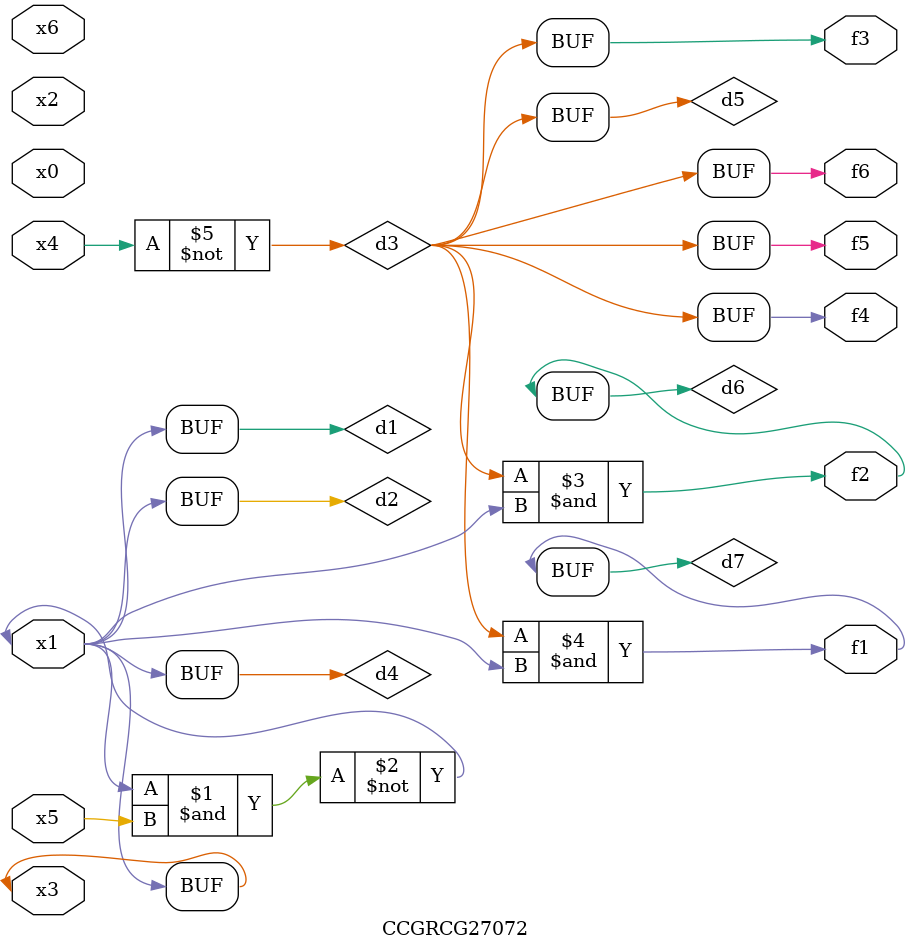
<source format=v>
module CCGRCG27072(
	input x0, x1, x2, x3, x4, x5, x6,
	output f1, f2, f3, f4, f5, f6
);

	wire d1, d2, d3, d4, d5, d6, d7;

	buf (d1, x1, x3);
	nand (d2, x1, x5);
	not (d3, x4);
	buf (d4, d1, d2);
	buf (d5, d3);
	and (d6, d3, d4);
	and (d7, d3, d4);
	assign f1 = d7;
	assign f2 = d6;
	assign f3 = d5;
	assign f4 = d5;
	assign f5 = d5;
	assign f6 = d5;
endmodule

</source>
